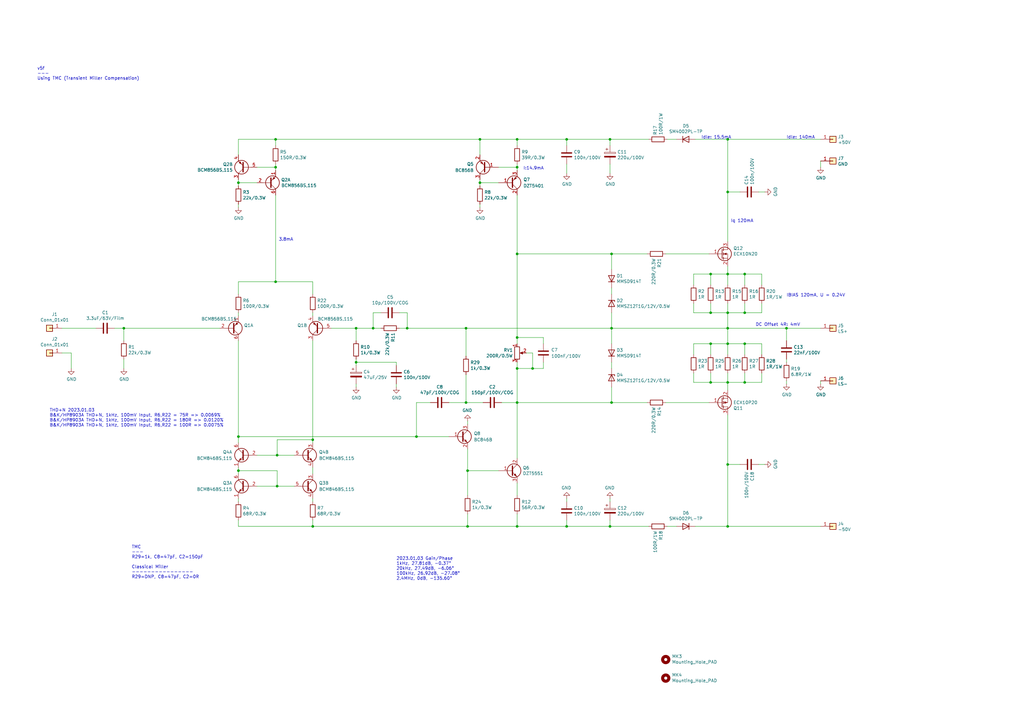
<source format=kicad_sch>
(kicad_sch (version 20230121) (generator eeschema)
  (paper "A3")
  (title_block (title "Lateral MOS FET 80W") (date "2023-09-03") (rev "v5f"))
  (lib_symbols
    (symbol "Connector_Generic:Conn_01x01" (pin_names (offset 1.016) hide)
      (property "Reference" "J" (at 0 2.54 0))
      (property "Value" "Conn_01x01" (at 0 -2.54 0))
      (symbol "Conn_01x01_1_1"
        (rectangle (start -1.27 0.127) (end 0 -0.127) (stroke (width 0.1524)))
        (rectangle (start -1.27 1.27) (end 1.27 -1.27) (stroke (width 0.254)) (fill (type background)))
        (pin passive line (at -5.08 0 0) (length 3.81) (name "Pin_1") (number "1"))
      )
    )
    (symbol "Device:C" (pin_numbers hide) (pin_names (offset 0.254))
      (property "Reference" "C" (at 0.635 2.54 0))
      (property "Value" "C" (at 0.635 -2.54 0))
      (symbol "C_0_1"
        (polyline (pts (xy -2.032 -0.762) (xy 2.032 -0.762)) (stroke (width 0.508)))
        (polyline (pts (xy -2.032 0.762) (xy 2.032 0.762)) (stroke (width 0.508)))
      )
      (symbol "C_1_1"
        (pin passive line (at 0 3.81 270) (length 2.794) (name "~") (number "1"))
        (pin passive line (at 0 -3.81 90) (length 2.794) (name "~") (number "2"))
      )
    )
    (symbol "Device:CP" (pin_numbers hide) (pin_names (offset 0.254))
      (property "Reference" "C" (at 0.635 2.54 0))
      (property "Value" "Device_CP" (at 0.635 -2.54 0))
      (symbol "CP_0_1"
        (rectangle (start -2.286 0.508) (end 2.286 1.016))
        (polyline (pts (xy -1.778 2.286) (xy -0.762 2.286)))
        (polyline (pts (xy -1.27 2.794) (xy -1.27 1.778)))
        (rectangle (start 2.286 -0.508) (end -2.286 -1.016) (fill (type outline)))
      )
      (symbol "CP_1_1"
        (pin passive line (at 0 3.81 270) (length 2.794) (name "~") (number "1"))
        (pin passive line (at 0 -3.81 90) (length 2.794) (name "~") (number "2"))
      )
    )
    (symbol "Device:R" (pin_numbers hide) (pin_names (offset 0))
      (property "Reference" "R" (at 2.032 0 90))
      (property "Value" "R" (at 0 0 90))
      (symbol "R_0_1"
        (rectangle (start -1.016 -2.54) (end 1.016 2.54) (stroke (width 0.254)))
      )
      (symbol "R_1_1"
        (pin passive line (at 0 3.81 270) (length 1.27) (name "~") (number "1"))
        (pin passive line (at 0 -3.81 90) (length 1.27) (name "~") (number "2"))
      )
    )
    (symbol "Device:R_POT" (pin_names (offset 1.016) hide)
      (property "Reference" "RV" (at -4.445 0 90))
      (property "Value" "Device_R_POT" (at -2.54 0 90))
      (symbol "R_POT_0_1"
        (polyline (pts (xy 2.54 0) (xy 1.524 0)))
        (polyline (pts (xy 1.143 0) (xy 2.286 0.508) (xy 2.286 -0.508) (xy 1.143 0)) (fill (type outline)))
        (rectangle (start 1.016 2.54) (end -1.016 -2.54) (stroke (width 0.254)))
      )
      (symbol "R_POT_1_1"
        (pin passive line (at 0 3.81 270) (length 1.27) (name "1") (number "1"))
        (pin passive line (at 3.81 0 180) (length 1.27) (name "2") (number "2"))
        (pin passive line (at 0 -3.81 90) (length 1.27) (name "3") (number "3"))
      )
    )
    (symbol "Diode:1N4002" (pin_numbers hide) (pin_names (offset 1.016) hide)
      (property "Reference" "D" (at 0 2.54 0))
      (property "Value" "1N4002" (at 0 -2.54 0))
      (symbol "1N4002_0_1"
        (polyline (pts (xy -1.27 1.27) (xy -1.27 -1.27)) (stroke (width 0.254)))
        (polyline (pts (xy 1.27 0) (xy -1.27 0)))
        (polyline (pts (xy 1.27 1.27) (xy 1.27 -1.27) (xy -1.27 0) (xy 1.27 1.27)) (stroke (width 0.254)))
      )
      (symbol "1N4002_1_1"
        (pin passive line (at -3.81 0 0) (length 2.54) (name "K") (number "1"))
        (pin passive line (at 3.81 0 180) (length 2.54) (name "A") (number "2"))
      )
    )
    (symbol "Diode:1N4148" (pin_numbers hide) (pin_names (offset 1.016) hide)
      (property "Reference" "D" (at 0 2.54 0))
      (property "Value" "1N4148" (at 0 -2.54 0))
      (symbol "1N4148_0_1"
        (polyline (pts (xy -1.27 1.27) (xy -1.27 -1.27)) (stroke (width 0.254)))
        (polyline (pts (xy 1.27 0) (xy -1.27 0)))
        (polyline (pts (xy 1.27 1.27) (xy 1.27 -1.27) (xy -1.27 0) (xy 1.27 1.27)) (stroke (width 0.254)))
      )
      (symbol "1N4148_1_1"
        (pin passive line (at -3.81 0 0) (length 2.54) (name "K") (number "1"))
        (pin passive line (at 3.81 0 180) (length 2.54) (name "A") (number "2"))
      )
    )
    (symbol "Diode:ZPDxx" (pin_numbers hide) (pin_names (offset 1.016) hide)
      (property "Reference" "D" (at 0 2.54 0))
      (property "Value" "ZPDxx" (at 0 -2.54 0))
      (symbol "ZPDxx_0_1"
        (polyline (pts (xy 1.27 0) (xy -1.27 0)))
        (polyline (pts (xy -1.27 -1.27) (xy -1.27 1.27) (xy -0.762 1.27)) (stroke (width 0.254)))
        (polyline (pts (xy 1.27 -1.27) (xy 1.27 1.27) (xy -1.27 0) (xy 1.27 -1.27)) (stroke (width 0.254)))
      )
      (symbol "ZPDxx_1_1"
        (pin passive line (at -3.81 0 0) (length 2.54) (name "K") (number "1"))
        (pin passive line (at 3.81 0 180) (length 2.54) (name "A") (number "2"))
      )
    )
    (symbol "Mechanical:MountingHole" (pin_names (offset 1.016))
      (property "Reference" "H" (at 0 5.08 0))
      (property "Value" "MountingHole" (at 0 3.175 0))
      (symbol "MountingHole_0_1"
        (circle (center 0 0) (radius 1.27) (stroke (width 1.27)))
      )
    )
    (symbol "Transistor_BJT:BC846" (pin_names (offset 0) hide)
      (property "Reference" "Q" (at 5.08 1.905 0))
      (property "Value" "BC846" (at 5.08 0 0))
      (symbol "BC846_0_1"
        (polyline (pts (xy 0.635 0.635) (xy 2.54 2.54)))
        (polyline (pts (xy 0.635 -0.635) (xy 2.54 -2.54) (xy 2.54 -2.54)))
        (polyline (pts (xy 0.635 1.905) (xy 0.635 -1.905) (xy 0.635 -1.905)) (stroke (width 0.508)))
        (polyline (pts (xy 1.27 -1.778) (xy 1.778 -1.27) (xy 2.286 -2.286) (xy 1.27 -1.778) (xy 1.27 -1.778)) (fill (type outline)))
        (circle (center 1.27 0) (radius 2.8194) (stroke (width 0.254)))
      )
      (symbol "BC846_1_1"
        (pin input line (at -5.08 0 0) (length 5.715) (name "B") (number "1"))
        (pin passive line (at 2.54 -5.08 90) (length 2.54) (name "E") (number "2"))
        (pin passive line (at 2.54 5.08 270) (length 2.54) (name "C") (number "3"))
      )
    )
    (symbol "Transistor_BJT:BC846BDW1" (pin_names (offset 0) hide)
      (property "Reference" "Q" (at 5.08 1.27 0))
      (property "Value" "BC846BDW1" (at 5.08 -1.27 0))
      (symbol "BC846BDW1_0_1"
        (polyline (pts (xy 0.635 0) (xy -2.54 0)))
        (polyline (pts (xy 0.635 0.635) (xy 2.54 2.54)))
        (polyline (pts (xy 0.635 -0.635) (xy 2.54 -2.54) (xy 2.54 -2.54)))
        (polyline (pts (xy 0.635 1.905) (xy 0.635 -1.905) (xy 0.635 -1.905)) (stroke (width 0.508)))
        (polyline (pts (xy 1.27 -1.778) (xy 1.778 -1.27) (xy 2.286 -2.286) (xy 1.27 -1.778) (xy 1.27 -1.778)) (fill (type outline)))
        (circle (center 1.27 0) (radius 2.8194) (stroke (width 0.254)))
      )
      (symbol "BC846BDW1_1_1"
        (pin passive line (at 2.54 -5.08 90) (length 2.54) (name "E1") (number "1"))
        (pin input line (at -5.08 0 0) (length 2.54) (name "B1") (number "2"))
        (pin passive line (at 2.54 5.08 270) (length 2.54) (name "C1") (number "6"))
      )
      (symbol "BC846BDW1_2_1"
        (pin passive line (at 2.54 5.08 270) (length 2.54) (name "C2") (number "3"))
        (pin passive line (at 2.54 -5.08 90) (length 2.54) (name "E2") (number "4"))
        (pin input line (at -5.08 0 0) (length 2.54) (name "B2") (number "5"))
      )
    )
    (symbol "Transistor_BJT:BC856" (pin_names (offset 0) hide)
      (property "Reference" "Q" (at 5.08 1.905 0))
      (property "Value" "BC856" (at 5.08 0 0))
      (symbol "BC856_0_1"
        (polyline (pts (xy 0.635 0.635) (xy 2.54 2.54)))
        (polyline (pts (xy 0.635 -0.635) (xy 2.54 -2.54) (xy 2.54 -2.54)))
        (polyline (pts (xy 0.635 1.905) (xy 0.635 -1.905) (xy 0.635 -1.905)) (stroke (width 0.508)))
        (polyline (pts (xy 2.286 -1.778) (xy 1.778 -2.286) (xy 1.27 -1.27) (xy 2.286 -1.778) (xy 2.286 -1.778)) (fill (type outline)))
        (circle (center 1.27 0) (radius 2.8194) (stroke (width 0.254)))
      )
      (symbol "BC856_1_1"
        (pin input line (at -5.08 0 0) (length 5.715) (name "B") (number "1"))
        (pin passive line (at 2.54 -5.08 90) (length 2.54) (name "E") (number "2"))
        (pin passive line (at 2.54 5.08 270) (length 2.54) (name "C") (number "3"))
      )
    )
    (symbol "Transistor_BJT:BC856BS" (pin_names (offset 0) hide)
      (property "Reference" "Q" (at 5.08 1.27 0))
      (property "Value" "BC856BS" (at 5.08 -1.27 0))
      (symbol "BC856BS_0_1"
        (polyline (pts (xy 0.635 0) (xy -2.54 0)))
        (polyline (pts (xy 0.635 0.635) (xy 2.54 2.54)))
        (polyline (pts (xy 0.635 -0.635) (xy 2.54 -2.54) (xy 2.54 -2.54)))
        (polyline (pts (xy 0.635 1.905) (xy 0.635 -1.905) (xy 0.635 -1.905)) (stroke (width 0.508)))
        (polyline (pts (xy 2.286 -1.778) (xy 1.778 -2.286) (xy 1.27 -1.27) (xy 2.286 -1.778) (xy 2.286 -1.778)) (fill (type outline)))
        (circle (center 1.27 0) (radius 2.8194) (stroke (width 0.254)))
      )
      (symbol "BC856BS_1_1"
        (pin passive line (at 2.54 -5.08 90) (length 2.54) (name "E1") (number "1"))
        (pin input line (at -5.08 0 0) (length 2.54) (name "B1") (number "2"))
        (pin passive line (at 2.54 5.08 270) (length 2.54) (name "C1") (number "6"))
      )
      (symbol "BC856BS_2_1"
        (pin passive line (at 2.54 5.08 270) (length 2.54) (name "C2") (number "3"))
        (pin passive line (at 2.54 -5.08 90) (length 2.54) (name "E2") (number "4"))
        (pin input line (at -5.08 0 0) (length 2.54) (name "B2") (number "5"))
      )
    )
    (symbol "kicad-snk:DZT5401" (pin_names (offset 0) hide)
      (property "Reference" "Q" (at 5.08 1.905 0))
      (property "Value" "DZT5401" (at 5.08 0 0))
      (symbol "DZT5401_0_1"
        (polyline (pts (xy 0.635 0.635) (xy 2.54 2.54)))
        (polyline (pts (xy 0.635 -0.635) (xy 2.54 -2.54) (xy 2.54 -2.54)))
        (polyline (pts (xy 0.635 1.905) (xy 0.635 -1.905) (xy 0.635 -1.905)) (stroke (width 0.508)))
        (polyline (pts (xy 2.286 -1.778) (xy 1.778 -2.286) (xy 1.27 -1.27) (xy 2.286 -1.778) (xy 2.286 -1.778)) (fill (type outline)))
        (circle (center 1.27 0) (radius 2.8194) (stroke (width 0.254)))
      )
      (symbol "DZT5401_1_1"
        (pin input line (at -5.08 0 0) (length 5.715) (name "B") (number "1"))
        (pin passive line (at 2.54 5.08 270) (length 2.54) (name "C") (number "2"))
        (pin passive line (at 2.54 -5.08 90) (length 2.54) (name "E") (number "3"))
      )
    )
    (symbol "kicad-snk:DZT5551" (pin_names (offset 0) hide)
      (property "Reference" "Q" (at 5.08 1.905 0))
      (property "Value" "kicad-snk_DZT5551" (at 5.08 0 0))
      (symbol "DZT5551_0_1"
        (polyline (pts (xy 0.635 0.635) (xy 2.54 2.54)))
        (polyline (pts (xy 0.635 -0.635) (xy 2.54 -2.54) (xy 2.54 -2.54)))
        (polyline (pts (xy 0.635 1.905) (xy 0.635 -1.905) (xy 0.635 -1.905)) (stroke (width 0.508)))
        (polyline (pts (xy 1.27 -1.778) (xy 1.778 -1.27) (xy 2.286 -2.286) (xy 1.27 -1.778) (xy 1.27 -1.778)) (fill (type outline)))
        (circle (center 1.27 0) (radius 2.8194) (stroke (width 0.254)))
      )
      (symbol "DZT5551_1_1"
        (pin input line (at -5.08 0 0) (length 5.715) (name "B") (number "1"))
        (pin passive line (at 2.54 5.08 270) (length 2.54) (name "C") (number "2"))
        (pin passive line (at 2.54 -5.08 90) (length 2.54) (name "E") (number "3"))
      )
    )
    (symbol "kicad-snk:Q_NMOS_GSD" (pin_names (offset 0) hide)
      (property "Reference" "Q" (at 7.62 1.27 0))
      (property "Value" "kicad-snk_Q_NMOS_GSD" (at 16.51 -1.27 0))
      (symbol "Q_NMOS_GSD_0_1"
        (polyline (pts (xy 0.762 -1.778) (xy 2.54 -1.778)))
        (polyline (pts (xy 0.762 -1.27) (xy 0.762 -2.286)) (stroke (width 0.254)))
        (polyline (pts (xy 0.762 0) (xy 2.54 0)))
        (polyline (pts (xy 0.762 0.508) (xy 0.762 -0.508)) (stroke (width 0.254)))
        (polyline (pts (xy 0.762 1.778) (xy 2.54 1.778)))
        (polyline (pts (xy 0.762 2.286) (xy 0.762 1.27)) (stroke (width 0.254)))
        (polyline (pts (xy 2.54 -1.778) (xy 2.54 -2.54)))
        (polyline (pts (xy 2.54 -1.778) (xy 2.54 0)))
        (polyline (pts (xy 2.54 2.54) (xy 2.54 1.778)))
        (polyline (pts (xy 0.254 1.905) (xy 0.254 -1.905) (xy 0.254 -1.905)) (stroke (width 0.254)))
        (polyline (pts (xy 1.016 0) (xy 2.032 0.381) (xy 2.032 -0.381) (xy 1.016 0)) (fill (type outline)))
        (circle (center 1.27 0) (radius 2.8194) (stroke (width 0.254)))
      )
      (symbol "Q_NMOS_GSD_1_1"
        (pin input line (at -5.08 0 0) (length 5.334) (name "G") (number "1"))
        (pin passive line (at 2.54 -5.08 90) (length 2.54) (name "S") (number "2"))
        (pin passive line (at 2.54 5.08 270) (length 2.54) (name "D") (number "3"))
      )
    )
    (symbol "kicad-snk:Q_PMOS_GSD" (pin_names (offset 0) hide)
      (property "Reference" "Q" (at 7.62 1.27 0))
      (property "Value" "kicad-snk_Q_PMOS_GSD" (at 16.51 -1.27 0))
      (symbol "Q_PMOS_GSD_0_1"
        (polyline (pts (xy 0.762 -1.778) (xy 2.54 -1.778)))
        (polyline (pts (xy 0.762 -1.27) (xy 0.762 -2.286)) (stroke (width 0.254)))
        (polyline (pts (xy 0.762 0) (xy 2.54 0)))
        (polyline (pts (xy 0.762 0.508) (xy 0.762 -0.508)) (stroke (width 0.254)))
        (polyline (pts (xy 0.762 1.778) (xy 2.54 1.778)))
        (polyline (pts (xy 0.762 2.286) (xy 0.762 1.27)) (stroke (width 0.254)))
        (polyline (pts (xy 2.54 -1.778) (xy 2.54 -2.54)))
        (polyline (pts (xy 2.54 -1.778) (xy 2.54 0)))
        (polyline (pts (xy 2.54 2.54) (xy 2.54 1.778)))
        (polyline (pts (xy 0.254 1.905) (xy 0.254 -1.905) (xy 0.254 -1.905)) (stroke (width 0.254)))
        (polyline (pts (xy 2.286 0) (xy 1.27 -0.381) (xy 1.27 0.381) (xy 2.286 0)) (fill (type outline)))
        (circle (center 1.27 0) (radius 2.8194) (stroke (width 0.254)))
      )
      (symbol "Q_PMOS_GSD_1_1"
        (pin input line (at -5.08 0 0) (length 5.334) (name "G") (number "1"))
        (pin passive line (at 2.54 -5.08 90) (length 2.54) (name "D") (number "2"))
        (pin passive line (at 2.54 5.08 270) (length 2.54) (name "S") (number "3"))
      )
    )
    (symbol "power:GND" (power) (pin_names (offset 0))
      (property "Value" "GND" (at 0 -3.81 0))
      (symbol "GND_0_1"
        (polyline (pts (xy 0 0) (xy 0 -1.27) (xy 1.27 -1.27) (xy 0 -2.54) (xy -1.27 -1.27) (xy 0 -1.27)))
      )
      (symbol "GND_1_1"
        (pin power_in line (at 0 0 270) (length 0) hide (name "GND") (number "1"))
      )
    )
  )
  (junction (at 191.77 215.9))
  (junction (at 212.09 68.58))
  (junction (at 212.09 165.1))
  (junction (at 305.435 156.845))
  (junction (at 191.77 193.04))
  (junction (at 212.09 215.9))
  (junction (at 298.45 215.9))
  (junction (at 196.85 74.93))
  (junction (at 97.79 193.04))
  (junction (at 113.665 186.69))
  (junction (at 218.44 151.13))
  (junction (at 191.135 134.62))
  (junction (at 113.03 115.57))
  (junction (at 298.45 57.15))
  (junction (at 50.8 134.62))
  (junction (at 250.19 57.15))
  (junction (at 167.005 134.62))
  (junction (at 232.41 57.15))
  (junction (at 113.03 57.15))
  (junction (at 97.79 179.07))
  (junction (at 212.09 151.13))
  (junction (at 113.665 199.39))
  (junction (at 298.45 156.845))
  (junction (at 298.45 190.5))
  (junction (at 128.27 215.9))
  (junction (at 153.035 134.62))
  (junction (at 212.09 138.43))
  (junction (at 298.45 112.395))
  (junction (at 305.435 112.395))
  (junction (at 305.435 140.97))
  (junction (at 298.45 134.62))
  (junction (at 113.03 68.58))
  (junction (at 170.815 179.07))
  (junction (at 212.09 57.15))
  (junction (at 146.05 134.62))
  (junction (at 212.09 104.14))
  (junction (at 97.79 74.93))
  (junction (at 128.27 180.34))
  (junction (at 250.825 134.62))
  (junction (at 291.465 140.97))
  (junction (at 196.85 57.15))
  (junction (at 322.58 134.62))
  (junction (at 298.45 128.27))
  (junction (at 291.465 128.27))
  (junction (at 291.465 156.845))
  (junction (at 250.825 165.1))
  (junction (at 291.465 112.395))
  (junction (at 250.19 215.9))
  (junction (at 298.45 140.97))
  (junction (at 191.135 165.1))
  (junction (at 146.05 148.59))
  (junction (at 298.45 78.74))
  (junction (at 250.825 104.14))
  (junction (at 305.435 128.27))
  (junction (at 232.41 215.9))
  (wire (pts (xy 50.8 134.62) (xy 90.17 134.62)))
  (wire (pts (xy 212.09 68.58) (xy 212.09 69.85)))
  (wire (pts (xy 29.21 144.78) (xy 25.4 144.78)))
  (wire (pts (xy 312.42 112.395) (xy 305.435 112.395)))
  (wire (pts (xy 284.48 156.845) (xy 291.465 156.845)))
  (wire (pts (xy 284.48 140.97) (xy 291.465 140.97)))
  (wire (pts (xy 196.85 73.66) (xy 196.85 74.93)))
  (wire (pts (xy 305.435 156.845) (xy 298.45 156.845)))
  (wire (pts (xy 285.115 57.15) (xy 298.45 57.15)))
  (wire (pts (xy 128.27 115.57) (xy 113.03 115.57)))
  (wire (pts (xy 218.44 151.13) (xy 218.44 144.78)))
  (wire (pts (xy 191.135 165.1) (xy 198.12 165.1)))
  (wire (pts (xy 128.27 139.7) (xy 128.27 180.34)))
  (wire (pts (xy 212.09 138.43) (xy 222.885 138.43)))
  (wire (pts (xy 291.465 116.84) (xy 291.465 112.395)))
  (wire (pts (xy 146.05 148.59) (xy 162.56 148.59)))
  (wire (pts (xy 284.48 128.27) (xy 291.465 128.27)))
  (wire (pts (xy 298.45 215.9) (xy 298.45 190.5)))
  (wire (pts (xy 113.03 57.15) (xy 196.85 57.15)))
  (wire (pts (xy 312.42 128.27) (xy 305.435 128.27)))
  (wire (pts (xy 212.09 210.82) (xy 212.09 215.9)))
  (wire (pts (xy 196.85 57.15) (xy 196.85 63.5)))
  (wire (pts (xy 162.56 149.86) (xy 162.56 148.59)))
  (wire (pts (xy 250.825 134.62) (xy 298.45 134.62)))
  (wire (pts (xy 291.465 145.415) (xy 291.465 140.97)))
  (wire (pts (xy 291.465 112.395) (xy 298.45 112.395)))
  (wire (pts (xy 212.09 57.15) (xy 232.41 57.15)))
  (wire (pts (xy 250.825 110.49) (xy 250.825 104.14)))
  (wire (pts (xy 105.41 199.39) (xy 113.665 199.39)))
  (wire (pts (xy 191.77 184.15) (xy 191.77 193.04)))
  (wire (pts (xy 232.41 57.15) (xy 232.41 59.69)))
  (wire (pts (xy 113.03 115.57) (xy 97.79 115.57)))
  (wire (pts (xy 25.4 134.62) (xy 39.37 134.62)))
  (wire (pts (xy 105.41 68.58) (xy 113.03 68.58)))
  (wire (pts (xy 232.41 67.31) (xy 232.41 71.12)))
  (wire (pts (xy 232.41 215.9) (xy 250.19 215.9)))
  (wire (pts (xy 303.53 78.74) (xy 298.45 78.74)))
  (wire (pts (xy 128.27 180.34) (xy 128.27 181.61)))
  (wire (pts (xy 303.53 190.5) (xy 298.45 190.5)))
  (wire (pts (xy 205.74 165.1) (xy 212.09 165.1)))
  (wire (pts (xy 113.665 199.39) (xy 120.65 199.39)))
  (wire (pts (xy 97.79 74.93) (xy 105.41 74.93)))
  (wire (pts (xy 312.42 116.84) (xy 312.42 112.395)))
  (wire (pts (xy 191.77 172.72) (xy 191.77 173.99)))
  (wire (pts (xy 250.19 57.15) (xy 250.19 59.69)))
  (wire (pts (xy 298.45 99.06) (xy 298.45 78.74)))
  (wire (pts (xy 153.035 134.62) (xy 156.21 134.62)))
  (wire (pts (xy 196.85 74.93) (xy 196.85 76.2)))
  (wire (pts (xy 146.05 148.59) (xy 146.05 147.32)))
  (wire (pts (xy 153.035 128.27) (xy 153.035 134.62)))
  (wire (pts (xy 105.41 186.69) (xy 113.665 186.69)))
  (wire (pts (xy 196.85 57.15) (xy 212.09 57.15)))
  (wire (pts (xy 298.45 215.9) (xy 336.55 215.9)))
  (wire (pts (xy 113.665 193.04) (xy 113.665 199.39)))
  (wire (pts (xy 232.41 57.15) (xy 250.19 57.15)))
  (wire (pts (xy 196.85 74.93) (xy 204.47 74.93)))
  (wire (pts (xy 191.135 153.67) (xy 191.135 165.1)))
  (wire (pts (xy 170.815 179.07) (xy 184.15 179.07)))
  (wire (pts (xy 97.79 139.7) (xy 97.79 179.07)))
  (wire (pts (xy 284.48 124.46) (xy 284.48 128.27)))
  (wire (pts (xy 97.79 204.47) (xy 97.79 205.74)))
  (wire (pts (xy 191.77 215.9) (xy 212.09 215.9)))
  (wire (pts (xy 273.05 165.1) (xy 290.83 165.1)))
  (wire (pts (xy 128.27 215.9) (xy 191.77 215.9)))
  (wire (pts (xy 298.45 112.395) (xy 298.45 116.84)))
  (wire (pts (xy 212.09 151.13) (xy 212.09 165.1)))
  (wire (pts (xy 170.815 165.1) (xy 170.815 179.07)))
  (wire (pts (xy 250.825 158.75) (xy 250.825 165.1)))
  (wire (pts (xy 212.09 57.15) (xy 212.09 59.69)))
  (wire (pts (xy 212.09 165.1) (xy 212.09 187.96)))
  (wire (pts (xy 128.27 128.27) (xy 128.27 129.54)))
  (wire (pts (xy 312.42 156.845) (xy 305.435 156.845)))
  (wire (pts (xy 336.55 66.04) (xy 336.55 68.58)))
  (wire (pts (xy 312.42 140.97) (xy 305.435 140.97)))
  (wire (pts (xy 273.685 57.15) (xy 277.495 57.15)))
  (wire (pts (xy 97.79 73.66) (xy 97.79 74.93)))
  (wire (pts (xy 312.42 145.415) (xy 312.42 140.97)))
  (wire (pts (xy 97.79 57.15) (xy 113.03 57.15)))
  (wire (pts (xy 298.45 78.74) (xy 298.45 57.15)))
  (wire (pts (xy 97.79 57.15) (xy 97.79 63.5)))
  (wire (pts (xy 204.47 68.58) (xy 212.09 68.58)))
  (wire (pts (xy 196.85 83.82) (xy 196.85 85.09)))
  (wire (pts (xy 312.42 124.46) (xy 312.42 128.27)))
  (wire (pts (xy 298.45 140.97) (xy 298.45 145.415)))
  (wire (pts (xy 298.45 170.18) (xy 298.45 190.5)))
  (wire (pts (xy 212.09 104.14) (xy 250.825 104.14)))
  (wire (pts (xy 284.48 153.035) (xy 284.48 156.845)))
  (wire (pts (xy 322.58 139.7) (xy 322.58 134.62)))
  (wire (pts (xy 191.135 134.62) (xy 191.135 146.05)))
  (wire (pts (xy 50.8 151.13) (xy 50.8 147.32)))
  (wire (pts (xy 305.435 140.97) (xy 298.45 140.97)))
  (wire (pts (xy 305.435 145.415) (xy 305.435 140.97)))
  (wire (pts (xy 167.005 134.62) (xy 191.135 134.62)))
  (wire (pts (xy 291.465 156.845) (xy 298.45 156.845)))
  (wire (pts (xy 322.58 157.48) (xy 322.58 156.21)))
  (wire (pts (xy 97.79 179.07) (xy 97.79 181.61)))
  (wire (pts (xy 97.79 128.27) (xy 97.79 129.54)))
  (wire (pts (xy 222.885 140.97) (xy 222.885 138.43)))
  (wire (pts (xy 273.05 104.14) (xy 290.83 104.14)))
  (wire (pts (xy 313.69 78.74) (xy 311.15 78.74)))
  (wire (pts (xy 97.79 213.36) (xy 97.79 215.9)))
  (wire (pts (xy 273.685 215.9) (xy 277.495 215.9)))
  (wire (pts (xy 250.19 213.36) (xy 250.19 215.9)))
  (wire (pts (xy 113.03 57.15) (xy 113.03 59.69)))
  (wire (pts (xy 212.09 198.12) (xy 212.09 203.2)))
  (wire (pts (xy 135.89 134.62) (xy 146.05 134.62)))
  (wire (pts (xy 298.45 156.845) (xy 298.45 160.02)))
  (wire (pts (xy 97.79 193.04) (xy 97.79 194.31)))
  (wire (pts (xy 146.05 134.62) (xy 146.05 139.7)))
  (wire (pts (xy 322.58 148.59) (xy 322.58 147.32)))
  (wire (pts (xy 113.665 186.69) (xy 113.665 180.34)))
  (wire (pts (xy 212.09 148.59) (xy 212.09 151.13)))
  (wire (pts (xy 97.79 83.82) (xy 97.79 85.09)))
  (wire (pts (xy 146.05 149.86) (xy 146.05 148.59)))
  (wire (pts (xy 162.56 158.75) (xy 162.56 157.48)))
  (wire (pts (xy 298.45 57.15) (xy 336.55 57.15)))
  (wire (pts (xy 50.8 139.7) (xy 50.8 134.62)))
  (wire (pts (xy 128.27 115.57) (xy 128.27 120.65)))
  (wire (pts (xy 167.005 128.27) (xy 167.005 134.62)))
  (wire (pts (xy 97.79 191.77) (xy 97.79 193.04)))
  (wire (pts (xy 336.55 134.62) (xy 322.58 134.62)))
  (wire (pts (xy 113.665 186.69) (xy 120.65 186.69)))
  (wire (pts (xy 250.19 57.15) (xy 266.065 57.15)))
  (wire (pts (xy 167.005 128.27) (xy 163.83 128.27)))
  (wire (pts (xy 128.27 191.77) (xy 128.27 194.31)))
  (wire (pts (xy 191.77 193.04) (xy 204.47 193.04)))
  (wire (pts (xy 305.435 124.46) (xy 305.435 128.27)))
  (wire (pts (xy 222.885 148.59) (xy 222.885 151.13)))
  (wire (pts (xy 250.825 165.1) (xy 265.43 165.1)))
  (wire (pts (xy 212.09 138.43) (xy 212.09 140.97)))
  (wire (pts (xy 163.83 134.62) (xy 167.005 134.62)))
  (wire (pts (xy 128.27 213.36) (xy 128.27 215.9)))
  (wire (pts (xy 156.21 128.27) (xy 153.035 128.27)))
  (wire (pts (xy 250.19 67.31) (xy 250.19 71.12)))
  (wire (pts (xy 97.79 115.57) (xy 97.79 120.65)))
  (wire (pts (xy 284.48 112.395) (xy 291.465 112.395)))
  (wire (pts (xy 46.99 134.62) (xy 50.8 134.62)))
  (wire (pts (xy 97.79 215.9) (xy 128.27 215.9)))
  (wire (pts (xy 305.435 153.035) (xy 305.435 156.845)))
  (wire (pts (xy 250.825 151.13) (xy 250.825 148.59)))
  (wire (pts (xy 212.09 67.31) (xy 212.09 68.58)))
  (wire (pts (xy 291.465 124.46) (xy 291.465 128.27)))
  (wire (pts (xy 232.41 205.74) (xy 232.41 204.47)))
  (wire (pts (xy 191.77 210.82) (xy 191.77 215.9)))
  (wire (pts (xy 284.48 116.84) (xy 284.48 112.395)))
  (wire (pts (xy 146.05 158.75) (xy 146.05 157.48)))
  (wire (pts (xy 313.69 190.5) (xy 311.15 190.5)))
  (wire (pts (xy 170.815 165.1) (xy 176.53 165.1)))
  (wire (pts (xy 212.09 151.13) (xy 218.44 151.13)))
  (wire (pts (xy 97.79 193.04) (xy 113.665 193.04)))
  (wire (pts (xy 113.03 67.31) (xy 113.03 68.58)))
  (wire (pts (xy 113.03 80.01) (xy 113.03 115.57)))
  (wire (pts (xy 291.465 140.97) (xy 298.45 140.97)))
  (wire (pts (xy 298.45 134.62) (xy 298.45 140.97)))
  (wire (pts (xy 291.465 153.035) (xy 291.465 156.845)))
  (wire (pts (xy 215.9 144.78) (xy 218.44 144.78)))
  (wire (pts (xy 212.09 80.01) (xy 212.09 104.14)))
  (wire (pts (xy 284.48 145.415) (xy 284.48 140.97)))
  (wire (pts (xy 212.09 104.14) (xy 212.09 138.43)))
  (wire (pts (xy 212.09 165.1) (xy 250.825 165.1)))
  (wire (pts (xy 250.825 134.62) (xy 250.825 140.97)))
  (wire (pts (xy 285.115 215.9) (xy 298.45 215.9)))
  (wire (pts (xy 298.45 128.27) (xy 298.45 134.62)))
  (wire (pts (xy 250.19 204.47) (xy 250.19 205.74)))
  (wire (pts (xy 191.135 134.62) (xy 250.825 134.62)))
  (wire (pts (xy 250.825 128.27) (xy 250.825 134.62)))
  (wire (pts (xy 291.465 128.27) (xy 298.45 128.27)))
  (wire (pts (xy 298.45 153.035) (xy 298.45 156.845)))
  (wire (pts (xy 298.45 124.46) (xy 298.45 128.27)))
  (wire (pts (xy 29.21 151.13) (xy 29.21 144.78)))
  (wire (pts (xy 146.05 134.62) (xy 153.035 134.62)))
  (wire (pts (xy 298.45 109.22) (xy 298.45 112.395)))
  (wire (pts (xy 128.27 204.47) (xy 128.27 205.74)))
  (wire (pts (xy 212.09 215.9) (xy 232.41 215.9)))
  (wire (pts (xy 312.42 153.035) (xy 312.42 156.845)))
  (wire (pts (xy 97.79 74.93) (xy 97.79 76.2)))
  (wire (pts (xy 305.435 112.395) (xy 298.45 112.395)))
  (wire (pts (xy 113.03 68.58) (xy 113.03 69.85)))
  (wire (pts (xy 232.41 213.36) (xy 232.41 215.9)))
  (wire (pts (xy 298.45 134.62) (xy 322.58 134.62)))
  (wire (pts (xy 191.77 193.04) (xy 191.77 203.2)))
  (wire (pts (xy 250.825 104.14) (xy 265.43 104.14)))
  (wire (pts (xy 250.825 120.65) (xy 250.825 118.11)))
  (wire (pts (xy 113.665 180.34) (xy 128.27 180.34)))
  (wire (pts (xy 305.435 116.84) (xy 305.435 112.395)))
  (wire (pts (xy 218.44 151.13) (xy 222.885 151.13)))
  (wire (pts (xy 250.19 215.9) (xy 266.065 215.9)))
  (wire (pts (xy 305.435 128.27) (xy 298.45 128.27)))
  (wire (pts (xy 336.55 157.48) (xy 336.55 156.21)))
  (wire (pts (xy 97.79 179.07) (xy 170.815 179.07)))
  (wire (pts (xy 184.15 165.1) (xy 191.135 165.1)))
  (text "THD+N 2023.01.03\nB&K/HP8903A THD+N, 1kHz, 100mV Input, R6,R22 = 75R => 0.0069%\nB&K/HP8903A THD+N, 1kHz, 100mV Input, R6,R22 = 180R => 0.0120%\nB&K/HP8903A THD+N, 1kHz, 100mV Input, R6,R22 = 100R => 0.0075%\n" (at 20.32 175.26 0) (effects (font (size 1.27 1.27)) (justify left bottom)))
  (text "TMC\n---\nR29=1k, C8=47pF, C2=150pF\n\nClassical Miller\n----------------\nR29=DNP, C8=47pF, C2=0R" (at 53.975 237.49 0) (effects (font (size 1.27 1.27)) (justify left bottom)))
  (text "Iq 120mA" (at 299.72 91.44 0) (effects (font (size 1.27 1.27)) (justify left bottom)))
  (text "Idle: 15.5mA" (at 287.655 57.15 0) (effects (font (size 1.27 1.27)) (justify left bottom)))
  (text "v5f\n---\nUsing TMC (Transient Miller Compensation)\n" (at 15.24 33.02 0) (effects (font (size 1.27 1.27)) (justify left bottom)))
  (text "2023.01.03 Gain/Phase\n1kHz, 27.81dB, -0.37°\n20kHz, 27.49dB, -6.06°\n100kHz, 26.92dB, -27.08°\n2.4MHz, 0dB, -135.60°" (at 162.56 238.125 0) (effects (font (size 1.27 1.27)) (justify left bottom)))
  (text "Idle: 140mA" (at 322.58 57.15 0) (effects (font (size 1.27 1.27)) (justify left bottom)))
  (text "DC Offset 4R: 4mV" (at 309.88 133.985 0) (effects (font (size 1.27 1.27)) (justify left bottom)))
  (text "3.8mA" (at 114.3 99.06 0) (effects (font (size 1.27 1.27)) (justify left bottom)))
  (text "I:14.9mA" (at 214.63 69.85 0) (effects (font (size 1.27 1.27)) (justify left bottom)))
  (text "IBIAS 120mA, U = 0.24V" (at 322.58 121.92 0) (effects (font (size 1.27 1.27)) (justify left bottom)))
  (symbol (lib_id "Device:C") (at 43.18 134.62 270) (unit 1)
    (property "Reference" "C1" (at 43.18 128.2192 90))
    (property "Value" "3.3uF/63V/Film" (at 43.18 130.5306 90))
    (property "Footprint" "Capacitor_THT:C_Rect_L7.2mm_W7.2mm_P5.00mm_FKS2_FKP2_MKS2_MKP2" (effects hide))
  )
  (symbol (lib_id "power:GND") (at 50.8 151.13 0) (unit 1)
    (property "Reference" "#PWR0101" (effects hide))
    (property "Value" "GND" (at 50.927 155.5242 0))
  )
  (symbol (lib_id "Device:R") (at 50.8 143.51 0) (unit 1)
    (property "Reference" "R1" (at 52.578 142.3416 0) (effects (justify left)))
    (property "Value" "22k/0.3W" (at 52.578 144.653 0) (effects (justify left)))
    (property "Footprint" "Resistor_SMD:R_0805_2012Metric_Pad1.20x1.40mm_HandSolder" (effects hide))
  )
  (symbol (lib_id "power:GND") (at 29.21 151.13 0) (unit 1)
    (property "Reference" "#PWR0102" (effects hide))
    (property "Value" "GND" (at 29.337 155.5242 0))
  )
  (symbol (lib_id "Connector_Generic:Conn_01x01") (at 20.32 134.62 180) (unit 1)
    (property "Reference" "J1" (at 22.4028 128.905 0))
    (property "Value" "Conn_01x01" (at 22.4028 131.2164 0))
    (property "Footprint" "Connector_Pin:Pin_D1.0mm_L10.0mm" (effects hide))
  )
  (symbol (lib_id "Connector_Generic:Conn_01x01") (at 20.32 144.78 180) (unit 1)
    (property "Reference" "J2" (at 22.4028 139.065 0))
    (property "Value" "Conn_01x01" (at 22.4028 141.3764 0))
    (property "Footprint" "Connector_Pin:Pin_D1.0mm_L10.0mm" (effects hide))
  )
  (symbol (lib_id "Device:R") (at 97.79 124.46 0) (unit 1)
    (property "Reference" "R6" (at 99.568 123.2916 0) (effects (justify left)))
    (property "Value" "100R/0.3W" (at 99.568 125.603 0) (effects (justify left)))
    (property "Footprint" "Resistor_SMD:R_0805_2012Metric_Pad1.20x1.40mm_HandSolder" (effects hide))
  )
  (symbol (lib_id "Device:R") (at 97.79 80.01 0) (unit 1)
    (property "Reference" "R3" (at 99.568 78.8416 0) (effects (justify left)))
    (property "Value" "22k/0.3W" (at 99.568 81.153 0) (effects (justify left)))
    (property "Footprint" "Resistor_SMD:R_0805_2012Metric_Pad1.20x1.40mm_HandSolder" (effects hide))
  )
  (symbol (lib_id "power:GND") (at 97.79 85.09 0) (unit 1)
    (property "Reference" "#PWR0103" (effects hide))
    (property "Value" "GND" (at 97.917 89.4842 0))
  )
  (symbol (lib_id "Device:R") (at 113.03 63.5 0) (unit 1)
    (property "Reference" "R5" (at 114.808 62.3316 0) (effects (justify left)))
    (property "Value" "150R/0.3W" (at 114.808 64.643 0) (effects (justify left)))
    (property "Footprint" "Resistor_SMD:R_0805_2012Metric_Pad1.20x1.40mm_HandSolder" (effects hide))
  )
  (symbol (lib_id "Device:CP") (at 146.05 153.67 0) (unit 1)
    (property "Reference" "C4" (at 149.0472 152.5016 0) (effects (justify left)))
    (property "Value" "47uF/25V" (at 149.0472 154.813 0) (effects (justify left)))
    (property "Footprint" "Capacitor_THT:CP_Radial_D5.0mm_P2.00mm" (effects hide))
  )
  (symbol (lib_id "Device:C") (at 162.56 153.67 0) (unit 1)
    (property "Reference" "C6" (at 165.481 152.5016 0) (effects (justify left)))
    (property "Value" "100n/100V" (at 165.481 154.813 0) (effects (justify left)))
    (property "Footprint" "Capacitor_THT:C_Rect_L7.2mm_W2.5mm_P5.00mm_FKS2_FKP2_MKS2_MKP2" (effects hide))
  )
  (symbol (lib_id "Device:R") (at 146.05 143.51 0) (unit 1)
    (property "Reference" "R10" (at 147.828 142.3416 0) (effects (justify left)))
    (property "Value" "1k/0.3W" (at 147.828 144.653 0) (effects (justify left)))
    (property "Footprint" "Resistor_SMD:R_0805_2012Metric_Pad1.20x1.40mm_HandSolder" (effects hide))
  )
  (symbol (lib_id "Device:R") (at 128.27 209.55 0) (unit 1)
    (property "Reference" "R7" (at 130.048 208.3816 0) (effects (justify left)))
    (property "Value" "68R/0.3W" (at 130.048 210.693 0) (effects (justify left)))
    (property "Footprint" "Resistor_SMD:R_0805_2012Metric_Pad1.20x1.40mm_HandSolder" (effects hide))
  )
  (symbol (lib_id "Device:R") (at 97.79 209.55 0) (unit 1)
    (property "Reference" "R4" (at 99.568 208.3816 0) (effects (justify left)))
    (property "Value" "68R/0.3W" (at 99.568 210.693 0) (effects (justify left)))
    (property "Footprint" "Resistor_SMD:R_0805_2012Metric_Pad1.20x1.40mm_HandSolder" (effects hide))
  )
  (symbol (lib_id "Device:R") (at 160.02 134.62 270) (unit 1)
    (property "Reference" "R11" (at 161.1884 136.398 0) (effects (justify left)))
    (property "Value" "22k/0.3W" (at 158.877 136.398 0) (effects (justify left)))
    (property "Footprint" "Resistor_SMD:R_0805_2012Metric_Pad1.20x1.40mm_HandSolder" (effects hide))
  )
  (symbol (lib_id "Connector_Generic:Conn_01x01") (at 341.63 57.15 0) (unit 1)
    (property "Reference" "J3" (at 343.662 56.0832 0) (effects (justify left)))
    (property "Value" "+50V" (at 343.662 58.3946 0) (effects (justify left)))
    (property "Footprint" "kicad-snk:TE-726386-2_Pitch5.08mm_Drill1.3mm" (effects hide))
  )
  (symbol (lib_id "Connector_Generic:Conn_01x01") (at 341.63 215.9 0) (unit 1)
    (property "Reference" "J4" (at 343.662 214.8332 0) (effects (justify left)))
    (property "Value" "-50V" (at 343.662 217.1446 0) (effects (justify left)))
    (property "Footprint" "kicad-snk:TE-726386-2_Pitch5.08mm_Drill1.3mm" (effects hide))
  )
  (symbol (lib_id "power:GND") (at 322.58 157.48 0) (unit 1)
    (property "Reference" "#PWR0109" (effects hide))
    (property "Value" "GND" (at 322.707 161.8742 0))
  )
  (symbol (lib_id "Connector_Generic:Conn_01x01") (at 341.63 156.21 0) (unit 1)
    (property "Reference" "J6" (at 343.662 155.1432 0) (effects (justify left)))
    (property "Value" "LS-" (at 343.662 157.4546 0) (effects (justify left)))
    (property "Footprint" "kicad-snk:TE-726386-2_Pitch5.08mm_Drill1.3mm" (effects hide))
  )
  (symbol (lib_id "Connector_Generic:Conn_01x01") (at 341.63 134.62 0) (unit 1)
    (property "Reference" "J5" (at 343.662 133.5532 0) (effects (justify left)))
    (property "Value" "LS+" (at 343.662 135.8646 0) (effects (justify left)))
    (property "Footprint" "kicad-snk:TE-726386-2_Pitch5.08mm_Drill1.3mm" (effects hide))
  )
  (symbol (lib_id "power:GND") (at 336.55 157.48 0) (unit 1)
    (property "Reference" "#PWR0110" (effects hide))
    (property "Value" "GND" (at 336.677 161.8742 0))
  )
  (symbol (lib_id "Device:R_POT") (at 212.09 144.78 0) (unit 1)
    (property "Reference" "RV1" (at 210.3374 143.6116 0) (effects (justify right)))
    (property "Value" "200R/0.5W" (at 210.3374 145.923 0) (effects (justify right)))
    (property "Footprint" "Potentiometer_THT:Potentiometer_Bourns_3296W_Vertical" (effects hide))
  )
  (symbol (lib_id "Device:C") (at 222.885 144.78 180) (unit 1)
    (property "Reference" "C7" (at 226.06 143.51 0) (effects (justify right)))
    (property "Value" "100nF/100V" (at 226.06 146.05 0) (effects (justify right)))
    (property "Footprint" "Capacitor_THT:C_Rect_L7.2mm_W2.5mm_P5.00mm_FKS2_FKP2_MKS2_MKP2" (effects hide))
  )
  (symbol (lib_id "Diode:1N4148") (at 250.825 114.3 90) (unit 1)
    (property "Reference" "D1" (at 252.857 113.1316 90) (effects (justify right)))
    (property "Value" "MMSD914T" (at 252.857 115.443 90) (effects (justify right)))
    (property "Footprint" "Diode_SMD:D_SOD-123" (effects hide))
    (property "Datasheet" "https://assets.nexperia.com/documents/data-sheet/1N4148_1N4448.pdf" (effects hide))
  )
  (symbol (lib_id "Diode:ZPDxx") (at 250.825 124.46 270) (unit 1)
    (property "Reference" "D2" (at 252.857 123.2916 90) (effects (justify left)))
    (property "Value" "MMSZ12T1G/12V/0.5W" (at 252.857 125.603 90) (effects (justify left)))
    (property "Footprint" "Diode_SMD:D_SOD-123" (effects hide))
    (property "Datasheet" "http://diotec.com/tl_files/diotec/files/pdf/datasheets/zpd1" (effects hide))
  )
  (symbol (lib_id "Diode:1N4148") (at 250.825 144.78 90) (unit 1)
    (property "Reference" "D3" (at 252.857 143.6116 90) (effects (justify right)))
    (property "Value" "MMSD914T" (at 252.857 145.923 90) (effects (justify right)))
    (property "Footprint" "Diode_SMD:D_SOD-123" (effects hide))
    (property "Datasheet" "https://assets.nexperia.com/documents/data-sheet/1N4148_1N4448.pdf" (effects hide))
  )
  (symbol (lib_id "Diode:ZPDxx") (at 250.825 154.94 270) (unit 1)
    (property "Reference" "D4" (at 252.857 153.7716 90) (effects (justify left)))
    (property "Value" "MMSZ12T1G/12V/0.5W" (at 252.857 156.083 90) (effects (justify left)))
    (property "Footprint" "Diode_SMD:D_SOD-123" (effects hide))
    (property "Datasheet" "http://diotec.com/tl_files/diotec/files/pdf/datasheets/zpd1" (effects hide))
  )
  (symbol (lib_id "Device:R") (at 269.24 165.1 270) (unit 1)
    (property "Reference" "R14" (at 270.4084 166.878 0) (effects (justify left)))
    (property "Value" "220R/0.3W" (at 268.097 166.878 0) (effects (justify left)))
    (property "Footprint" "Resistor_SMD:R_0805_2012Metric_Pad1.20x1.40mm_HandSolder" (effects hide))
  )
  (symbol (lib_id "kicad-snk:Q_PMOS_GSD") (at 295.91 165.1 0) (mirror x) (unit 1)
    (property "Reference" "Q11" (at 300.7614 167.4114 0) (effects (justify left)))
    (property "Value" "ECX10P20" (at 300.7614 165.1 0) (effects (justify left)))
    (property "Footprint" "Package_TO_SOT_THT:TO-247-3_Horizontal_TabUp" (effects hide))
  )
  (symbol (lib_id "Connector_Generic:Conn_01x01") (at 341.63 66.04 0) (unit 1)
    (property "Reference" "J7" (at 343.662 64.9732 0) (effects (justify left)))
    (property "Value" "GND" (at 343.662 67.2846 0) (effects (justify left)))
    (property "Footprint" "kicad-snk:TE-726386-2_Pitch5.08mm_Drill1.3mm" (effects hide))
  )
  (symbol (lib_id "Device:R") (at 322.58 152.4 0) (unit 1)
    (property "Reference" "R19" (at 324.358 151.2316 0) (effects (justify left)))
    (property "Value" "6.8R/1W" (at 324.358 153.543 0) (effects (justify left)))
    (property "Footprint" "Resistor_SMD:R_MELF_MMB-0207" (effects hide))
  )
  (symbol (lib_id "power:GND") (at 336.55 68.58 0) (unit 1)
    (property "Reference" "#PWR0111" (effects hide))
    (property "Value" "GND" (at 336.677 72.9742 0))
  )
  (symbol (lib_id "Device:C") (at 322.58 143.51 0) (unit 1)
    (property "Reference" "C13" (at 325.501 142.3416 0) (effects (justify left)))
    (property "Value" "22nF/100V" (at 325.501 144.653 0) (effects (justify left)))
    (property "Footprint" "Capacitor_THT:C_Rect_L7.2mm_W2.5mm_P5.00mm_FKS2_FKP2_MKS2_MKP2" (effects hide))
  )
  (symbol (lib_id "Device:CP") (at 250.19 63.5 0) (unit 1)
    (property "Reference" "C11" (at 253.1872 62.3316 0) (effects (justify left)))
    (property "Value" "220u/100V" (at 253.1872 64.643 0) (effects (justify left)))
    (property "Footprint" "Capacitor_THT:CP_Radial_D12.5mm_P5.00mm" (effects hide))
  )
  (symbol (lib_id "Device:C") (at 232.41 63.5 0) (unit 1)
    (property "Reference" "C9" (at 235.331 62.3316 0) (effects (justify left)))
    (property "Value" "100n/100V" (at 235.331 64.643 0) (effects (justify left)))
    (property "Footprint" "Capacitor_THT:C_Rect_L7.2mm_W2.5mm_P5.00mm_FKS2_FKP2_MKS2_MKP2" (effects hide))
  )
  (symbol (lib_id "Diode:1N4002") (at 281.305 57.15 0) (unit 1)
    (property "Reference" "D5" (at 281.305 51.6382 0))
    (property "Value" "SM4002PL-TP" (at 281.305 53.9496 0))
    (property "Footprint" "Diode_SMD:D_SOD-123F" (effects hide))
    (property "Datasheet" "http://www.vishay.com/docs/88503/1n4001.pdf" (effects hide))
  )
  (symbol (lib_id "Device:R") (at 269.875 57.15 90) (unit 1)
    (property "Reference" "R17" (at 268.7066 55.372 0) (effects (justify left)))
    (property "Value" "100R/1W" (at 271.018 55.372 0) (effects (justify left)))
    (property "Footprint" "Resistor_SMD:R_MELF_MMB-0207" (effects hide))
  )
  (symbol (lib_id "Device:CP") (at 250.19 209.55 0) (unit 1)
    (property "Reference" "C12" (at 253.1872 208.3816 0) (effects (justify left)))
    (property "Value" "220u/100V" (at 253.1872 210.693 0) (effects (justify left)))
    (property "Footprint" "Capacitor_THT:CP_Radial_D12.5mm_P5.00mm" (effects hide))
  )
  (symbol (lib_id "Device:C") (at 232.41 209.55 0) (unit 1)
    (property "Reference" "C10" (at 235.331 208.3816 0) (effects (justify left)))
    (property "Value" "100n/100V" (at 235.331 210.693 0) (effects (justify left)))
    (property "Footprint" "Capacitor_THT:C_Rect_L7.2mm_W2.5mm_P5.00mm_FKS2_FKP2_MKS2_MKP2" (effects hide))
  )
  (symbol (lib_id "Mechanical:MountingHole") (at 273.05 270.51 0) (unit 1)
    (property "Reference" "MK3" (at 275.59 269.2146 0) (effects (justify left)))
    (property "Value" "Mounting_Hole_PAD" (at 275.59 271.526 0) (effects (justify left)))
    (property "Footprint" "MountingHole:MountingHole_3.2mm_M3_Pad_Via" (effects hide))
  )
  (symbol (lib_id "Mechanical:MountingHole") (at 273.05 278.13 0) (unit 1)
    (property "Reference" "MK4" (at 275.59 276.8346 0) (effects (justify left)))
    (property "Value" "Mounting_Hole_PAD" (at 275.59 279.146 0) (effects (justify left)))
    (property "Footprint" "MountingHole:MountingHole_3.2mm_M3_Pad_Via" (effects hide))
  )
  (symbol (lib_id "Device:R") (at 269.875 215.9 270) (unit 1)
    (property "Reference" "R18" (at 271.0434 217.678 0) (effects (justify left)))
    (property "Value" "100R/1W" (at 268.732 217.678 0) (effects (justify left)))
    (property "Footprint" "Resistor_SMD:R_MELF_MMB-0207" (effects hide))
  )
  (symbol (lib_id "Diode:1N4002") (at 281.305 215.9 180) (unit 1)
    (property "Reference" "D6" (at 281.305 210.3882 0))
    (property "Value" "SM4002PL-TP" (at 281.305 212.6996 0))
    (property "Footprint" "Diode_SMD:D_SOD-123F" (effects hide))
    (property "Datasheet" "http://www.vishay.com/docs/88503/1n4001.pdf" (effects hide))
  )
  (symbol (lib_id "power:GND") (at 232.41 71.12 0) (unit 1)
    (property "Reference" "#PWR0112" (effects hide))
    (property "Value" "GND" (at 232.537 75.5142 0))
  )
  (symbol (lib_id "power:GND") (at 250.19 71.12 0) (unit 1)
    (property "Reference" "#PWR0113" (effects hide))
    (property "Value" "GND" (at 250.317 75.5142 0))
  )
  (symbol (lib_id "Device:R") (at 269.24 104.14 270) (unit 1)
    (property "Reference" "R21" (at 270.4084 105.918 0) (effects (justify left)))
    (property "Value" "220R/0.3W" (at 268.097 105.918 0) (effects (justify left)))
    (property "Footprint" "Resistor_SMD:R_0805_2012Metric_Pad1.20x1.40mm_HandSolder" (effects hide))
  )
  (symbol (lib_id "kicad-snk:Q_NMOS_GSD") (at 295.91 104.14 0) (unit 1)
    (property "Reference" "Q12" (at 300.7614 101.8286 0) (effects (justify left)))
    (property "Value" "ECX10N20" (at 300.7614 104.14 0) (effects (justify left)))
    (property "Footprint" "Package_TO_SOT_THT:TO-247-3_Horizontal_TabUp" (effects hide))
  )
  (symbol (lib_id "power:GND") (at 146.05 158.75 0) (unit 1)
    (property "Reference" "#PWR0105" (effects hide))
    (property "Value" "GND" (at 146.177 163.1442 0))
  )
  (symbol (lib_id "power:GND") (at 162.56 158.75 0) (unit 1)
    (property "Reference" "#PWR0106" (effects hide))
    (property "Value" "GND" (at 162.687 163.1442 0))
  )
  (symbol (lib_id "Device:C") (at 307.34 190.5 270) (unit 1)
    (property "Reference" "C18" (at 308.5084 193.421 0) (effects (justify left)))
    (property "Value" "100n/100V" (at 306.197 193.421 0) (effects (justify left)))
    (property "Footprint" "Capacitor_THT:C_Rect_L7.2mm_W2.5mm_P5.00mm_FKS2_FKP2_MKS2_MKP2" (effects hide))
  )
  (symbol (lib_id "Device:C") (at 307.34 78.74 90) (unit 1)
    (property "Reference" "C14" (at 306.1716 75.819 0) (effects (justify left)))
    (property "Value" "100n/100V" (at 308.483 75.819 0) (effects (justify left)))
    (property "Footprint" "Capacitor_THT:C_Rect_L7.2mm_W2.5mm_P5.00mm_FKS2_FKP2_MKS2_MKP2" (effects hide))
  )
  (symbol (lib_id "power:GND") (at 313.69 190.5 90) (unit 1)
    (property "Reference" "#PWR0114" (effects hide))
    (property "Value" "GND" (at 318.0842 190.373 0))
  )
  (symbol (lib_id "power:GND") (at 313.69 78.74 90) (unit 1)
    (property "Reference" "#PWR0115" (effects hide))
    (property "Value" "GND" (at 318.0842 78.613 0))
  )
  (symbol (lib_id "power:GND") (at 232.41 204.47 180) (unit 1)
    (property "Reference" "#PWR0107" (effects hide))
    (property "Value" "GND" (at 232.283 200.0758 0))
  )
  (symbol (lib_id "power:GND") (at 250.19 204.47 180) (unit 1)
    (property "Reference" "#PWR0108" (effects hide))
    (property "Value" "GND" (at 250.063 200.0758 0))
  )
  (symbol (lib_id "Transistor_BJT:BC856BS") (at 95.25 134.62 0) (mirror x) (unit 1)
    (property "Reference" "Q1" (at 100.076 133.4516 0) (effects (justify left)))
    (property "Value" "BCM856BS,115" (at 82.55 130.81 0) (effects (justify left)))
    (property "Footprint" "Package_TO_SOT_SMD:SOT-363_SC-70-6" (effects hide))
    (property "Datasheet" "https://assets.nexperia.com/documents/data-sheet/BC856BS.pdf" (effects hide))
  )
  (symbol (lib_id "Transistor_BJT:BC856BS") (at 130.81 134.62 180) (unit 2)
    (property "Reference" "Q1" (at 125.9586 133.4516 0) (effects (justify left)))
    (property "Value" "BCM856BS,115" (at 144.78 130.81 0) (effects (justify left)))
    (property "Footprint" "Package_TO_SOT_SMD:SOT-363_SC-70-6" (effects hide))
    (property "Datasheet" "https://assets.nexperia.com/documents/data-sheet/BC856BS.pdf" (effects hide))
  )
  (symbol (lib_id "Transistor_BJT:BC856BS") (at 110.49 74.93 0) (mirror x) (unit 1)
    (property "Reference" "Q2" (at 115.316 73.7616 0) (effects (justify left)))
    (property "Value" "BCM856BS,115" (at 115.316 76.073 0) (effects (justify left)))
    (property "Footprint" "Package_TO_SOT_SMD:SOT-363_SC-70-6" (effects hide))
    (property "Datasheet" "https://assets.nexperia.com/documents/data-sheet/BC856BS.pdf" (effects hide))
  )
  (symbol (lib_id "Transistor_BJT:BC856BS") (at 100.33 68.58 180) (unit 2)
    (property "Reference" "Q2" (at 95.4786 67.4116 0) (effects (justify left)))
    (property "Value" "BCM856BS,115" (at 95.4786 69.723 0) (effects (justify left)))
    (property "Footprint" "Package_TO_SOT_SMD:SOT-363_SC-70-6" (effects hide))
    (property "Datasheet" "https://assets.nexperia.com/documents/data-sheet/BC856BS.pdf" (effects hide))
  )
  (symbol (lib_id "kicad-snk:DZT5551") (at 209.55 193.04 0) (unit 1)
    (property "Reference" "Q6" (at 214.4014 191.8716 0) (effects (justify left)))
    (property "Value" "DZT5551" (at 214.4014 194.183 0) (effects (justify left)))
    (property "Footprint" "Package_TO_SOT_SMD:SOT-223-3_TabPin2" (effects hide))
    (property "Datasheet" "https://www.diodes.com/assets/Datasheets/ds31219.pdf" (effects hide))
  )
  (symbol (lib_id "Device:C") (at 180.34 165.1 270) (unit 1)
    (property "Reference" "C8" (at 180.34 158.6992 90))
    (property "Value" "47pF/100V/COG" (at 180.34 161.0106 90))
    (property "Footprint" "Capacitor_SMD:C_0805_2012Metric_Pad1.18x1.45mm_HandSolder" (effects hide))
  )
  (symbol (lib_id "Device:C") (at 201.93 165.1 270) (unit 1)
    (property "Reference" "C2" (at 201.93 158.6992 90))
    (property "Value" "150pF/100V/COG" (at 201.93 161.0106 90))
    (property "Footprint" "Capacitor_SMD:C_0805_2012Metric_Pad1.18x1.45mm_HandSolder" (effects hide))
  )
  (symbol (lib_id "Device:R") (at 305.435 149.225 0) (unit 1)
    (property "Reference" "R27" (at 307.213 148.0566 0) (effects (justify left)))
    (property "Value" "1R" (at 307.213 150.368 0) (effects (justify left)))
    (property "Footprint" "Resistor_SMD:R_MELF_MMB-0207" (effects hide))
  )
  (symbol (lib_id "Device:R") (at 291.465 120.65 0) (unit 1)
    (property "Reference" "R13" (at 293.243 119.4816 0) (effects (justify left)))
    (property "Value" "1R" (at 293.243 121.793 0) (effects (justify left)))
    (property "Footprint" "Resistor_SMD:R_MELF_MMB-0207" (effects hide))
  )
  (symbol (lib_id "Device:R") (at 312.42 120.65 0) (unit 1)
    (property "Reference" "R20" (at 314.198 119.4816 0) (effects (justify left)))
    (property "Value" "1R/1W" (at 314.198 121.793 0) (effects (justify left)))
    (property "Footprint" "Resistor_SMD:R_MELF_MMB-0207" (effects hide))
  )
  (symbol (lib_id "kicad-snk:DZT5401") (at 209.55 74.93 0) (mirror x) (unit 1)
    (property "Reference" "Q7" (at 214.63 73.6599 0) (effects (justify left)))
    (property "Value" "DZT5401" (at 214.63 76.1999 0) (effects (justify left)))
    (property "Footprint" "Package_TO_SOT_SMD:SOT-223-3_TabPin2" (effects hide))
    (property "Datasheet" "https://www.diodes.com/assets/Datasheets/DZT5401.pdf" (effects hide))
  )
  (symbol (lib_id "Device:R") (at 305.435 120.65 0) (unit 1)
    (property "Reference" "R16" (at 307.213 119.4816 0) (effects (justify left)))
    (property "Value" "1R" (at 307.213 121.793 0) (effects (justify left)))
    (property "Footprint" "Resistor_SMD:R_MELF_MMB-0207" (effects hide))
  )
  (symbol (lib_id "Device:R") (at 128.27 124.46 0) (unit 1)
    (property "Reference" "R22" (at 130.048 123.2916 0) (effects (justify left)))
    (property "Value" "100R/0.3W" (at 130.048 125.603 0) (effects (justify left)))
    (property "Footprint" "Resistor_SMD:R_0805_2012Metric_Pad1.20x1.40mm_HandSolder" (effects hide))
  )
  (symbol (lib_id "Device:R") (at 298.45 120.65 0) (unit 1)
    (property "Reference" "R15" (at 300.228 119.4816 0) (effects (justify left)))
    (property "Value" "1R" (at 300.228 121.793 0) (effects (justify left)))
    (property "Footprint" "Resistor_SMD:R_MELF_MMB-0207" (effects hide))
  )
  (symbol (lib_id "Device:R") (at 284.48 149.225 0) (unit 1)
    (property "Reference" "R23" (at 286.258 148.0566 0) (effects (justify left)))
    (property "Value" "1R" (at 286.258 150.368 0) (effects (justify left)))
    (property "Footprint" "Resistor_SMD:R_MELF_MMB-0207" (effects hide))
  )
  (symbol (lib_id "power:GND") (at 191.77 172.72 180) (unit 1)
    (property "Reference" "#PWR03" (effects hide))
    (property "Value" "GND" (at 191.643 168.3258 0))
  )
  (symbol (lib_id "Device:R") (at 298.45 149.225 0) (unit 1)
    (property "Reference" "R26" (at 300.228 148.0566 0) (effects (justify left)))
    (property "Value" "1R" (at 300.228 150.368 0) (effects (justify left)))
    (property "Footprint" "Resistor_SMD:R_MELF_MMB-0207" (effects hide))
  )
  (symbol (lib_id "Transistor_BJT:BC846BDW1") (at 100.33 199.39 0) (mirror y) (unit 1)
    (property "Reference" "Q3" (at 95.25 198.1199 0) (effects (justify left)))
    (property "Value" "BCM846BS,115" (at 95.25 200.6599 0) (effects (justify left)))
    (property "Footprint" "Package_TO_SOT_SMD:SOT-363_SC-70-6" (effects hide))
    (property "Datasheet" "http://www.onsemi.com/pub_link/Collateral/BC846BDW1T1-D.PDF" (effects hide))
  )
  (symbol (lib_id "Transistor_BJT:BC846BDW1") (at 125.73 199.39 0) (unit 2)
    (property "Reference" "Q3" (at 130.81 198.1199 0) (effects (justify left)))
    (property "Value" "BCM846BS,115" (at 130.81 200.6599 0) (effects (justify left)))
    (property "Footprint" "Package_TO_SOT_SMD:SOT-363_SC-70-6" (effects hide))
    (property "Datasheet" "http://www.onsemi.com/pub_link/Collateral/BC846BDW1T1-D.PDF" (effects hide))
  )
  (symbol (lib_id "Transistor_BJT:BC846BDW1") (at 125.73 186.69 0) (unit 2)
    (property "Reference" "Q4" (at 130.81 185.4199 0) (effects (justify left)))
    (property "Value" "BCM846BS,115" (at 130.81 187.9599 0) (effects (justify left)))
    (property "Footprint" "Package_TO_SOT_SMD:SOT-363_SC-70-6" (effects hide))
    (property "Datasheet" "http://www.onsemi.com/pub_link/Collateral/BC846BDW1T1-D.PDF" (effects hide))
  )
  (symbol (lib_id "Device:C") (at 160.02 128.27 270) (unit 1)
    (property "Reference" "C5" (at 160.02 121.8692 90))
    (property "Value" "10p/100V/COG" (at 160.02 124.1806 90))
    (property "Footprint" "Capacitor_SMD:C_0805_2012Metric_Pad1.18x1.45mm_HandSolder" (effects hide))
  )
  (symbol (lib_id "Device:R") (at 191.77 207.01 0) (unit 1)
    (property "Reference" "R24" (at 193.548 205.8416 0) (effects (justify left)))
    (property "Value" "1k/0.3W" (at 193.548 208.153 0) (effects (justify left)))
    (property "Footprint" "Resistor_SMD:R_0805_2012Metric_Pad1.20x1.40mm_HandSolder" (effects hide))
  )
  (symbol (lib_id "Device:R") (at 312.42 149.225 0) (unit 1)
    (property "Reference" "R28" (at 314.198 148.0566 0) (effects (justify left)))
    (property "Value" "1R/1W" (at 314.198 150.368 0) (effects (justify left)))
    (property "Footprint" "Resistor_SMD:R_MELF_MMB-0207" (effects hide))
  )
  (symbol (lib_id "Device:R") (at 212.09 63.5 0) (unit 1)
    (property "Reference" "R9" (at 213.868 62.3316 0) (effects (justify left)))
    (property "Value" "39R/0.3W" (at 213.868 64.643 0) (effects (justify left)))
    (property "Footprint" "Resistor_SMD:R_0805_2012Metric_Pad1.20x1.40mm_HandSolder" (effects hide))
  )
  (symbol (lib_id "power:GND") (at 196.85 85.09 0) (unit 1)
    (property "Reference" "#PWR0116" (effects hide))
    (property "Value" "GND" (at 196.977 89.4842 0))
  )
  (symbol (lib_id "Device:R") (at 212.09 207.01 0) (unit 1)
    (property "Reference" "R12" (at 213.868 205.8416 0) (effects (justify left)))
    (property "Value" "56R/0.3W" (at 213.868 208.153 0) (effects (justify left)))
    (property "Footprint" "Resistor_SMD:R_0805_2012Metric_Pad1.20x1.40mm_HandSolder" (effects hide))
  )
  (symbol (lib_id "Device:R") (at 191.135 149.86 0) (unit 1)
    (property "Reference" "R29" (at 192.913 148.6916 0) (effects (justify left)))
    (property "Value" "1k/0.3W" (at 192.913 151.003 0) (effects (justify left)))
    (property "Footprint" "Resistor_SMD:R_0805_2012Metric_Pad1.20x1.40mm_HandSolder" (effects hide))
  )
  (symbol (lib_id "Transistor_BJT:BC846BDW1") (at 100.33 186.69 0) (mirror y) (unit 1)
    (property "Reference" "Q4" (at 95.25 185.4199 0) (effects (justify left)))
    (property "Value" "BCM846BS,115" (at 95.25 187.9599 0) (effects (justify left)))
    (property "Footprint" "Package_TO_SOT_SMD:SOT-363_SC-70-6" (effects hide))
    (property "Datasheet" "http://www.onsemi.com/pub_link/Collateral/BC846BDW1T1-D.PDF" (effects hide))
  )
  (symbol (lib_id "Transistor_BJT:BC856") (at 199.39 68.58 180) (unit 1)
    (property "Reference" "Q5" (at 194.31 67.3099 0) (effects (justify left)))
    (property "Value" "BC856B" (at 194.31 69.8499 0) (effects (justify left)))
    (property "Footprint" "Package_TO_SOT_SMD:SOT-23" (effects hide))
    (property "Datasheet" "https://www.onsemi.com/pub/Collateral/BC860-D.pdf" (effects hide))
  )
  (symbol (lib_id "Device:R") (at 284.48 120.65 0) (unit 1)
    (property "Reference" "R2" (at 286.258 119.4816 0) (effects (justify left)))
    (property "Value" "1R" (at 286.258 121.793 0) (effects (justify left)))
    (property "Footprint" "Resistor_SMD:R_MELF_MMB-0207" (effects hide))
  )
  (symbol (lib_id "Device:R") (at 291.465 149.225 0) (unit 1)
    (property "Reference" "R25" (at 293.243 148.0566 0) (effects (justify left)))
    (property "Value" "1R" (at 293.243 150.368 0) (effects (justify left)))
    (property "Footprint" "Resistor_SMD:R_MELF_MMB-0207" (effects hide))
  )
  (symbol (lib_id "Device:R") (at 196.85 80.01 0) (unit 1)
    (property "Reference" "R8" (at 198.628 78.8416 0) (effects (justify left)))
    (property "Value" "22k/0.3W" (at 198.628 81.153 0) (effects (justify left)))
    (property "Footprint" "Resistor_SMD:R_0805_2012Metric_Pad1.20x1.40mm_HandSolder" (effects hide))
  )
  (symbol (lib_id "Transistor_BJT:BC846") (at 189.23 179.07 0) (unit 1)
    (property "Reference" "Q8" (at 194.31 177.7999 0) (effects (justify left)))
    (property "Value" "BC846B" (at 194.31 180.3399 0) (effects (justify left)))
    (property "Footprint" "Package_TO_SOT_SMD:SOT-23" (effects hide))
    (property "Datasheet" "https://assets.nexperia.com/documents/data-sheet/BC846_SER.pdf" (effects hide))
  )
)
</source>
